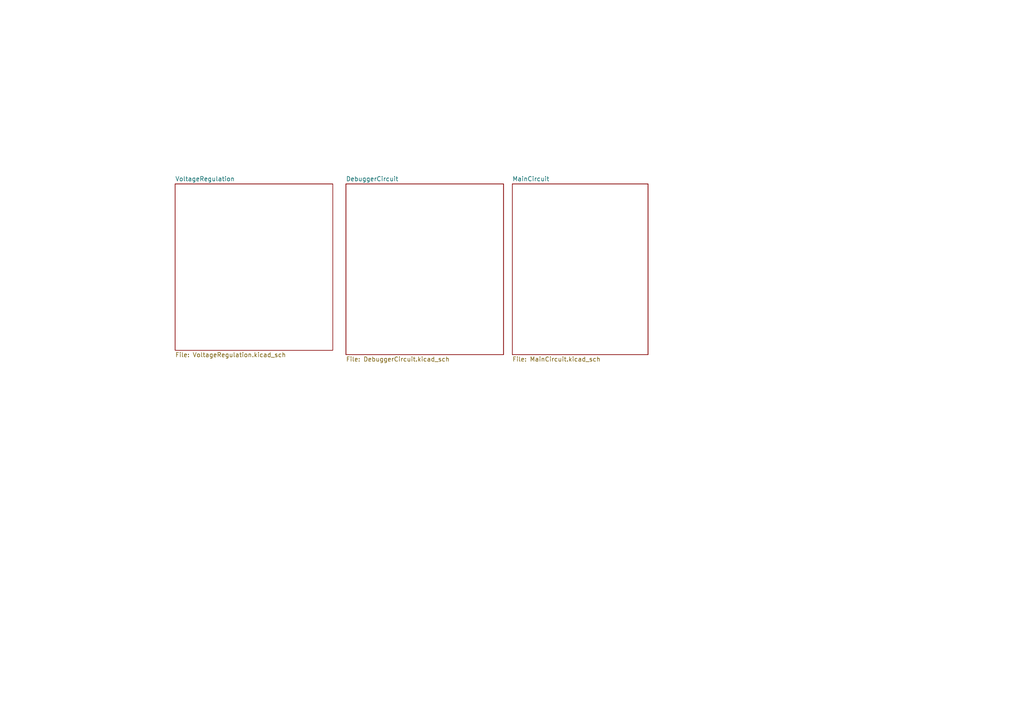
<source format=kicad_sch>
(kicad_sch
	(version 20231120)
	(generator "eeschema")
	(generator_version "8.0")
	(uuid "151c78d1-891b-40e8-9342-455a73166f31")
	(paper "A4")
	(lib_symbols)
	(sheet
		(at 148.59 53.34)
		(size 39.37 49.53)
		(fields_autoplaced yes)
		(stroke
			(width 0.1524)
			(type solid)
		)
		(fill
			(color 0 0 0 0.0000)
		)
		(uuid "03190d6f-df2d-4ff9-b873-05165cfcae54")
		(property "Sheetname" "MainCircuit"
			(at 148.59 52.6284 0)
			(effects
				(font
					(size 1.27 1.27)
				)
				(justify left bottom)
			)
		)
		(property "Sheetfile" "MainCircuit.kicad_sch"
			(at 148.59 103.4546 0)
			(effects
				(font
					(size 1.27 1.27)
				)
				(justify left top)
			)
		)
		(instances
			(project "SimpleDebuggerBoard"
				(path "/151c78d1-891b-40e8-9342-455a73166f31"
					(page "3")
				)
			)
		)
	)
	(sheet
		(at 100.33 53.34)
		(size 45.72 49.53)
		(fields_autoplaced yes)
		(stroke
			(width 0.1524)
			(type solid)
		)
		(fill
			(color 0 0 0 0.0000)
		)
		(uuid "765ab014-308b-41cf-b098-f42f04673d59")
		(property "Sheetname" "DebuggerCircuit"
			(at 100.33 52.6284 0)
			(effects
				(font
					(size 1.27 1.27)
				)
				(justify left bottom)
			)
		)
		(property "Sheetfile" "DebuggerCircuit.kicad_sch"
			(at 100.33 103.4546 0)
			(effects
				(font
					(size 1.27 1.27)
				)
				(justify left top)
			)
		)
		(instances
			(project "SimpleDebuggerBoard"
				(path "/151c78d1-891b-40e8-9342-455a73166f31"
					(page "2")
				)
			)
		)
	)
	(sheet
		(at 50.8 53.34)
		(size 45.72 48.26)
		(fields_autoplaced yes)
		(stroke
			(width 0.1524)
			(type solid)
		)
		(fill
			(color 0 0 0 0.0000)
		)
		(uuid "8761fae4-238e-47ab-be75-86ef35071a3d")
		(property "Sheetname" "VoltageRegulation"
			(at 50.8 52.6284 0)
			(effects
				(font
					(size 1.27 1.27)
				)
				(justify left bottom)
			)
		)
		(property "Sheetfile" "VoltageRegulation.kicad_sch"
			(at 50.8 102.1846 0)
			(effects
				(font
					(size 1.27 1.27)
				)
				(justify left top)
			)
		)
		(instances
			(project "SimpleDebuggerBoard"
				(path "/151c78d1-891b-40e8-9342-455a73166f31"
					(page "1")
				)
			)
		)
	)
	(sheet_instances
		(path "/"
			(page "1")
		)
	)
)

</source>
